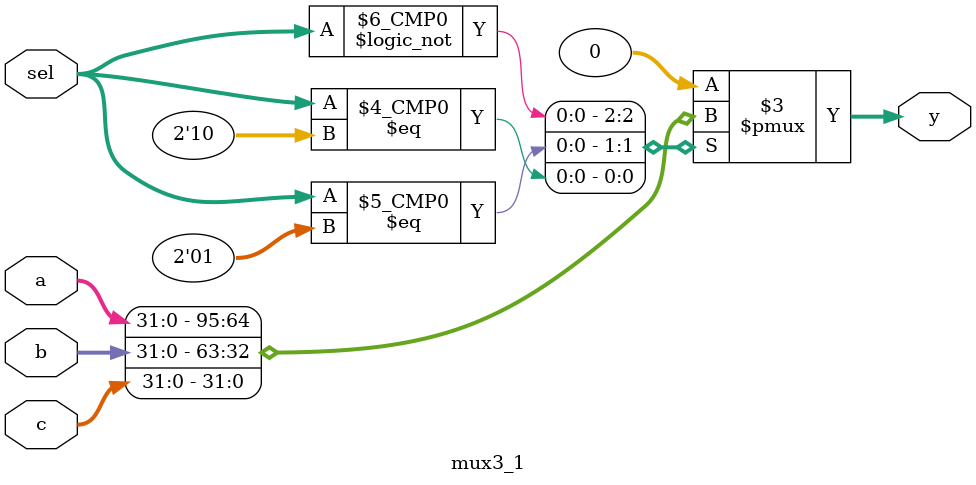
<source format=sv>
module mux3_1 (input logic [31:0] a,b, c, input logic [1:0] sel, output logic [31:0] y);
    always_comb begin
        case (sel)
            2'b00: y = a;
            2'b01: y = b;
            2'b10: y = c;
            default: y = 32'b0;
        endcase
    end
endmodule


</source>
